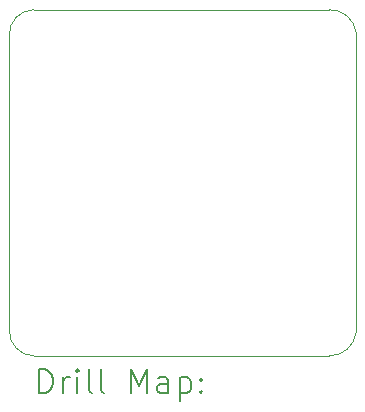
<source format=gbr>
%TF.GenerationSoftware,KiCad,Pcbnew,(6.0.7)*%
%TF.CreationDate,2022-10-05T19:23:16-05:00*%
%TF.ProjectId,INA186_Breakout,494e4131-3836-45f4-9272-65616b6f7574,rev?*%
%TF.SameCoordinates,Original*%
%TF.FileFunction,Drillmap*%
%TF.FilePolarity,Positive*%
%FSLAX45Y45*%
G04 Gerber Fmt 4.5, Leading zero omitted, Abs format (unit mm)*
G04 Created by KiCad (PCBNEW (6.0.7)) date 2022-10-05 19:23:16*
%MOMM*%
%LPD*%
G01*
G04 APERTURE LIST*
%ADD10C,0.100000*%
%ADD11C,0.200000*%
G04 APERTURE END LIST*
D10*
X5033374Y-2250317D02*
X5033374Y-4750294D01*
X5239114Y-2035180D02*
X7739114Y-2035180D01*
X7970387Y-2230616D02*
X7970387Y-4765348D01*
X7739114Y-4965433D02*
G75*
G03*
X7970387Y-4765348I7406J225143D01*
G01*
X7739114Y-4965431D02*
X5239114Y-4965431D01*
X5033371Y-4750294D02*
G75*
G03*
X5239114Y-4965431I210629J-4516D01*
G01*
X7970386Y-2230617D02*
G75*
G03*
X7739114Y-2035180I-220686J-26594D01*
G01*
X5239114Y-2035177D02*
G75*
G03*
X5033374Y-2250317I2936J-208753D01*
G01*
D11*
X5285896Y-5281031D02*
X5285896Y-5081031D01*
X5333515Y-5081031D01*
X5362086Y-5090555D01*
X5381134Y-5109602D01*
X5390658Y-5128650D01*
X5400181Y-5166745D01*
X5400181Y-5195317D01*
X5390658Y-5233412D01*
X5381134Y-5252459D01*
X5362086Y-5271507D01*
X5333515Y-5281031D01*
X5285896Y-5281031D01*
X5485896Y-5281031D02*
X5485896Y-5147698D01*
X5485896Y-5185793D02*
X5495419Y-5166745D01*
X5504943Y-5157221D01*
X5523991Y-5147698D01*
X5543039Y-5147698D01*
X5609705Y-5281031D02*
X5609705Y-5147698D01*
X5609705Y-5081031D02*
X5600181Y-5090555D01*
X5609705Y-5100079D01*
X5619229Y-5090555D01*
X5609705Y-5081031D01*
X5609705Y-5100079D01*
X5733515Y-5281031D02*
X5714467Y-5271507D01*
X5704943Y-5252459D01*
X5704943Y-5081031D01*
X5838277Y-5281031D02*
X5819229Y-5271507D01*
X5809705Y-5252459D01*
X5809705Y-5081031D01*
X6066848Y-5281031D02*
X6066848Y-5081031D01*
X6133515Y-5223888D01*
X6200181Y-5081031D01*
X6200181Y-5281031D01*
X6381134Y-5281031D02*
X6381134Y-5176269D01*
X6371610Y-5157221D01*
X6352562Y-5147698D01*
X6314467Y-5147698D01*
X6295419Y-5157221D01*
X6381134Y-5271507D02*
X6362086Y-5281031D01*
X6314467Y-5281031D01*
X6295419Y-5271507D01*
X6285896Y-5252459D01*
X6285896Y-5233412D01*
X6295419Y-5214364D01*
X6314467Y-5204840D01*
X6362086Y-5204840D01*
X6381134Y-5195317D01*
X6476372Y-5147698D02*
X6476372Y-5347698D01*
X6476372Y-5157221D02*
X6495419Y-5147698D01*
X6533515Y-5147698D01*
X6552562Y-5157221D01*
X6562086Y-5166745D01*
X6571610Y-5185793D01*
X6571610Y-5242936D01*
X6562086Y-5261983D01*
X6552562Y-5271507D01*
X6533515Y-5281031D01*
X6495419Y-5281031D01*
X6476372Y-5271507D01*
X6657324Y-5261983D02*
X6666848Y-5271507D01*
X6657324Y-5281031D01*
X6647800Y-5271507D01*
X6657324Y-5261983D01*
X6657324Y-5281031D01*
X6657324Y-5157221D02*
X6666848Y-5166745D01*
X6657324Y-5176269D01*
X6647800Y-5166745D01*
X6657324Y-5157221D01*
X6657324Y-5176269D01*
M02*

</source>
